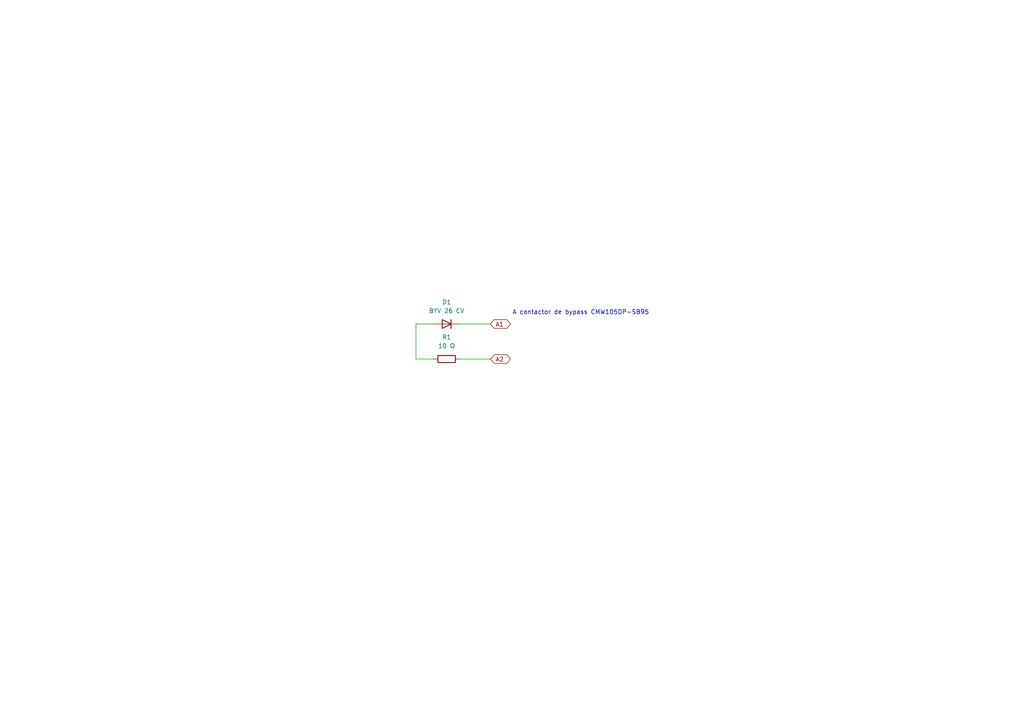
<source format=kicad_sch>
(kicad_sch (version 20230121) (generator eeschema)
  (paper "A4")
  (lib_symbols
    (symbol "Device:R" (pin_numbers hide) (pin_names (offset 0))
      (property "Reference" "R" (at 2.032 0 90))
      (property "Value" "R" (at 0 0 90))
      (symbol "R_0_1"
        (rectangle (start -1.016 -2.54) (end 1.016 2.54) (stroke (width 0.254)))
      )
      (symbol "R_1_1"
        (pin passive line (at 0 3.81 270) (length 1.27) (name "~") (number "1"))
        (pin passive line (at 0 -3.81 90) (length 1.27) (name "~") (number "2"))
      )
    )
    (symbol "Diode:1N4007" (pin_numbers hide) (pin_names hide)
      (property "Reference" "D" (at 0 2.54 0))
      (property "Value" "1N4007" (at 0 -2.54 0))
      (symbol "1N4007_0_1"
        (polyline (pts (xy -1.27 1.27) (xy -1.27 -1.27)) (stroke (width 0.254)))
        (polyline (pts (xy 1.27 0) (xy -1.27 0)))
        (polyline (pts (xy 1.27 1.27) (xy 1.27 -1.27) (xy -1.27 0) (xy 1.27 1.27)) (stroke (width 0.254)))
      )
      (symbol "1N4007_1_1"
        (pin passive line (at -3.81 0 0) (length 2.54) (name "K") (number "1"))
        (pin passive line (at 3.81 0 180) (length 2.54) (name "A") (number "2"))
      )
    )
  )
  (wire (pts (xy 120.65 104.14) (xy 125.73 104.14)))
  (wire (pts (xy 133.35 104.14) (xy 142.24 104.14)))
  (wire (pts (xy 120.65 93.98) (xy 120.65 104.14)))
  (wire (pts (xy 133.35 93.98) (xy 142.24 93.98)))
  (wire (pts (xy 125.73 93.98) (xy 120.65 93.98)))
  (text "A contactor de bypass CMW105DP-SB95" (at 148.59 91.44 0) (effects (font (size 1.27 1.27)) (justify left bottom)))
  (global_label "A1" (shape bidirectional) (at 142.24 93.98 0) (property "Intersheetrefs" "${INTERSHEET_REFS}" (effects hide)))
  (global_label "A2" (shape bidirectional) (at 142.24 104.14 0) (property "Intersheetrefs" "${INTERSHEET_REFS}" (effects hide)))
  (symbol (lib_id "Device:R") (at 129.54 104.14 90) (unit 1)
    (property "Reference" "R1" (at 129.54 97.79 90))
    (property "Value" "10 Ω" (at 129.54 100.33 90))
  )
  (symbol (lib_id "Diode:1N4007") (at 129.54 93.98 180) (unit 1)
    (property "Reference" "D1" (at 129.54 87.63 0))
    (property "Value" "BYV 26 CV" (at 129.54 90.17 0))
    (property "Footprint" "Diode_THT:D_DO-41_SOD81_P10.16mm_Horizontal" (effects hide))
    (property "Datasheet" "http://www.vishay.com/docs/88503/1n4001.pdf" (effects hide))
    (property "Sim.Device" "D" (effects hide))
    (property "Sim.Pins" "1=K 2=A" (effects hide))
  )
)
</source>
